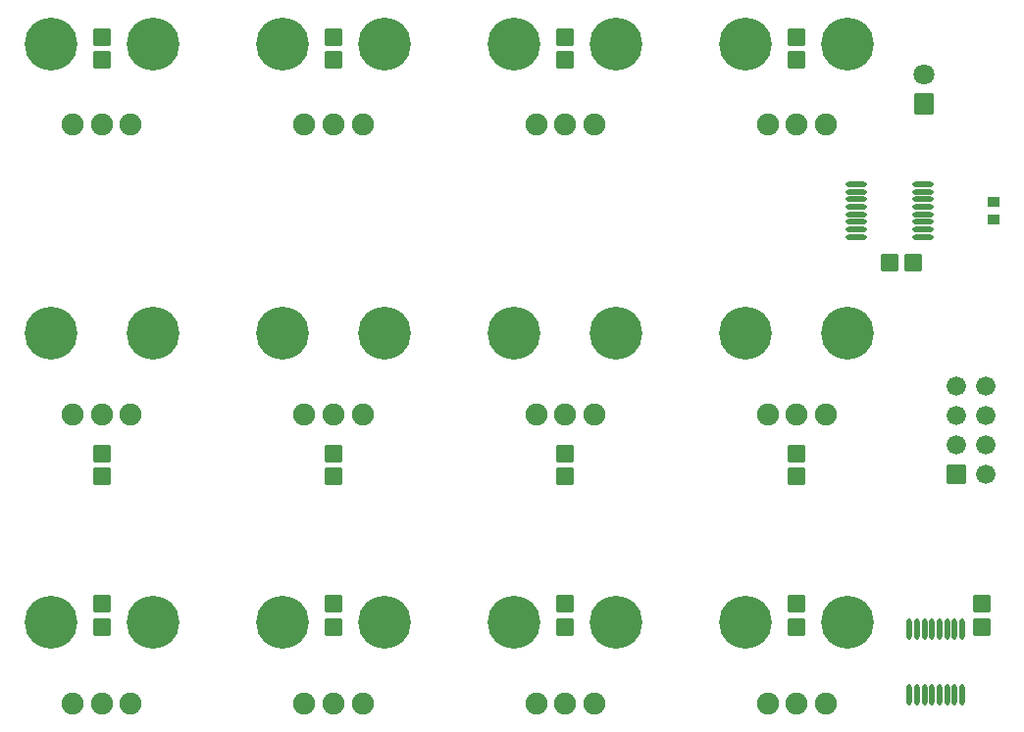
<source format=gbs>
G04 Layer: BottomSolderMaskLayer*
G04 EasyEDA v6.5.23, 2023-08-24 15:40:58*
G04 a67cddfb3fce44daa9051d46cbbcc19f,10*
G04 Gerber Generator version 0.2*
G04 Scale: 100 percent, Rotated: No, Reflected: No *
G04 Dimensions in millimeters *
G04 leading zeros omitted , absolute positions ,4 integer and 5 decimal *
%FSLAX45Y45*%
%MOMM*%

%AMMACRO1*1,1,$1,$2,$3*1,1,$1,$4,$5*1,1,$1,0-$2,0-$3*1,1,$1,0-$4,0-$5*20,1,$1,$2,$3,$4,$5,0*20,1,$1,$4,$5,0-$2,0-$3,0*20,1,$1,0-$2,0-$3,0-$4,0-$5,0*20,1,$1,0-$4,0-$5,$2,$3,0*4,1,4,$2,$3,$4,$5,0-$2,0-$3,0-$4,0-$5,$2,$3,0*%
%ADD10MACRO1,0.1016X0.7874X-0.85X0.7874X0.85*%
%ADD11C,1.8016*%
%ADD12MACRO1,0.1016X0.7874X-0.7874X0.7874X0.7874*%
%ADD13C,1.6764*%
%ADD14MACRO1,0.1016X0.432X0.4032X-0.432X0.4032*%
%ADD15MACRO1,0.1016X0.432X-0.4032X-0.432X-0.4032*%
%ADD16O,1.8330926000000003X0.4446016*%
%ADD17O,0.4446016X1.8330926000000003*%
%ADD18MACRO1,0.1016X0.675X0.705X-0.675X0.705*%
%ADD19MACRO1,0.1016X0.675X-0.705X-0.675X-0.705*%
%ADD20MACRO1,0.1016X-0.675X-0.705X0.675X-0.705*%
%ADD21MACRO1,0.1016X-0.675X0.705X0.675X0.705*%
%ADD22MACRO1,0.1016X-0.705X0.675X-0.705X-0.675*%
%ADD23MACRO1,0.1016X0.705X0.675X0.705X-0.675*%
%ADD24C,1.9017*%
%ADD25C,4.5616*%

%LPD*%
D10*
G01*
X9099981Y8122984D03*
D11*
G01*
X9099981Y8376970D03*
D12*
G01*
X9372980Y4918989D03*
D13*
G01*
X9626981Y4918989D03*
G01*
X9372981Y5172989D03*
G01*
X9626981Y5172989D03*
G01*
X9372981Y5426989D03*
G01*
X9626981Y5426989D03*
G01*
X9372981Y5680989D03*
G01*
X9626981Y5680989D03*
D14*
G01*
X9699980Y7124660D03*
D15*
G01*
X9699980Y7275310D03*
D16*
G01*
X8513419Y6972477D03*
G01*
X8513419Y7037476D03*
G01*
X8513419Y7102475D03*
G01*
X8513419Y7167498D03*
G01*
X8513419Y7232497D03*
G01*
X8513419Y7297496D03*
G01*
X8513419Y7362494D03*
G01*
X8513419Y7427493D03*
G01*
X9086570Y6972477D03*
G01*
X9086570Y7037476D03*
G01*
X9086570Y7102475D03*
G01*
X9086570Y7167498D03*
G01*
X9086570Y7232497D03*
G01*
X9086570Y7297496D03*
G01*
X9086570Y7362494D03*
G01*
X9086570Y7427493D03*
D17*
G01*
X9427489Y3013405D03*
G01*
X9362490Y3013405D03*
G01*
X9297492Y3013405D03*
G01*
X9232468Y3013405D03*
G01*
X9167469Y3013405D03*
G01*
X9102470Y3013405D03*
G01*
X9037472Y3013405D03*
G01*
X8972473Y3013405D03*
G01*
X9427489Y3586556D03*
G01*
X9362490Y3586556D03*
G01*
X9297492Y3586556D03*
G01*
X9232468Y3586556D03*
G01*
X9167469Y3586556D03*
G01*
X9102470Y3586556D03*
G01*
X9037472Y3586556D03*
G01*
X8972473Y3586556D03*
D18*
G01*
X7999984Y3599990D03*
D19*
G01*
X7999984Y3799994D03*
D18*
G01*
X5999987Y3599990D03*
D19*
G01*
X5999987Y3799994D03*
D18*
G01*
X3999992Y3599990D03*
D19*
G01*
X3999992Y3799994D03*
D18*
G01*
X1999996Y3599990D03*
D19*
G01*
X1999996Y3799994D03*
D20*
G01*
X7999984Y5099992D03*
D21*
G01*
X7999984Y4899987D03*
D20*
G01*
X5999987Y5099992D03*
D21*
G01*
X5999987Y4899987D03*
D20*
G01*
X3999992Y5099992D03*
D21*
G01*
X3999992Y4899987D03*
D20*
G01*
X1999996Y5099992D03*
D21*
G01*
X1999996Y4899987D03*
D18*
G01*
X7999984Y8499980D03*
D19*
G01*
X7999984Y8699985D03*
D18*
G01*
X5999987Y8499980D03*
D19*
G01*
X5999987Y8699985D03*
D18*
G01*
X3999992Y8499980D03*
D19*
G01*
X3999992Y8699985D03*
D18*
G01*
X1999996Y8499980D03*
D19*
G01*
X1999996Y8699985D03*
D18*
G01*
X9599980Y3599990D03*
D19*
G01*
X9599980Y3799994D03*
D22*
G01*
X8999984Y6749986D03*
D23*
G01*
X8799979Y6749986D03*
D24*
G01*
X3750005Y7939989D03*
G01*
X3999991Y7939989D03*
G01*
X4249978Y7939989D03*
D25*
G01*
X3559987Y8639987D03*
G01*
X4439996Y8639987D03*
D24*
G01*
X5750001Y7939989D03*
G01*
X5999988Y7939989D03*
G01*
X6249974Y7939989D03*
D25*
G01*
X5559983Y8639987D03*
G01*
X6439992Y8639987D03*
D24*
G01*
X7749997Y7939989D03*
G01*
X7999984Y7939989D03*
G01*
X8249970Y7939989D03*
D25*
G01*
X7559979Y8639987D03*
G01*
X8439988Y8639987D03*
D24*
G01*
X1750009Y5439994D03*
G01*
X1999995Y5439994D03*
G01*
X2249982Y5439994D03*
D25*
G01*
X1559991Y6139992D03*
G01*
X2440000Y6139992D03*
D24*
G01*
X3750005Y5439994D03*
G01*
X3999991Y5439994D03*
G01*
X4249978Y5439994D03*
D25*
G01*
X3559987Y6139992D03*
G01*
X4439996Y6139992D03*
D24*
G01*
X5750001Y5439994D03*
G01*
X5999988Y5439994D03*
G01*
X6249974Y5439994D03*
D25*
G01*
X5559983Y6139992D03*
G01*
X6439992Y6139992D03*
D24*
G01*
X7749997Y5439994D03*
G01*
X7999984Y5439994D03*
G01*
X8249970Y5439994D03*
D25*
G01*
X7559979Y6139992D03*
G01*
X8439988Y6139992D03*
D24*
G01*
X1750009Y2939999D03*
G01*
X1999995Y2939999D03*
G01*
X2249982Y2939999D03*
D25*
G01*
X1559991Y3639997D03*
G01*
X2440000Y3639997D03*
D24*
G01*
X3750005Y2939999D03*
G01*
X3999991Y2939999D03*
G01*
X4249978Y2939999D03*
D25*
G01*
X3559987Y3639997D03*
G01*
X4439996Y3639997D03*
D24*
G01*
X5750001Y2939999D03*
G01*
X5999988Y2939999D03*
G01*
X6249974Y2939999D03*
D25*
G01*
X5559983Y3639997D03*
G01*
X6439992Y3639997D03*
D24*
G01*
X7749997Y2939999D03*
G01*
X7999984Y2939999D03*
G01*
X8249970Y2939999D03*
D25*
G01*
X7559979Y3639997D03*
G01*
X8439988Y3639997D03*
D24*
G01*
X1750009Y7939989D03*
G01*
X1999995Y7939989D03*
G01*
X2249982Y7939989D03*
D25*
G01*
X1559991Y8639987D03*
G01*
X2440000Y8639987D03*
M02*

</source>
